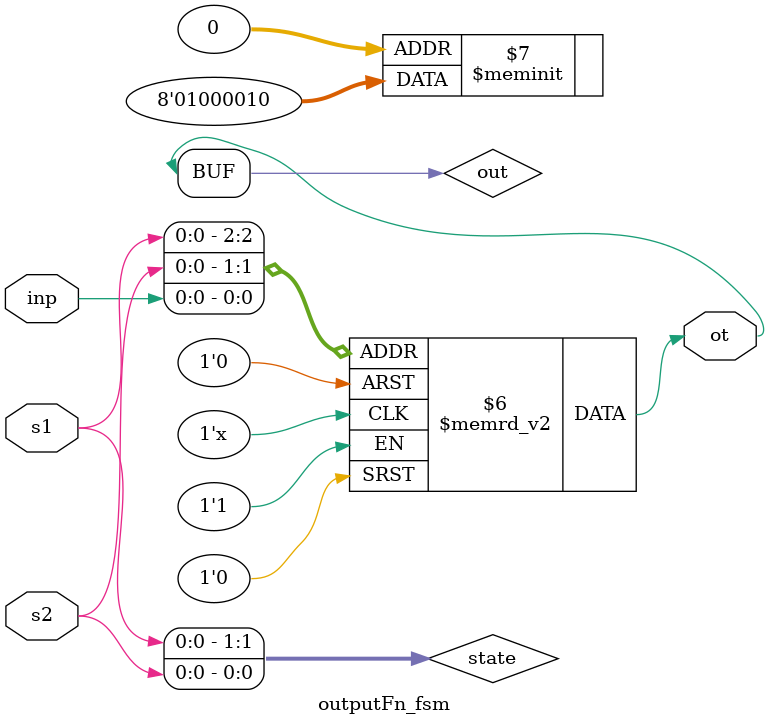
<source format=v>
module top;
	wire clk,rst,inp,out;
	fsm_beh sm(clk,rst,inp,out);
	testBench tb(clk,rst,inp,out);
endmodule

module testBench(clk,rst,inp,out);
	input out;
	output clk,rst,inp;
	reg reset = 0;
	reg clock = 0,inpu = 0;
	initial
	begin 
		$dumpfile ("shifter.vcd");
		$dumpvars;
	end
	always 
	begin 
		#10 inpu = $urandom%2;
		#5 clock = !clock;
	end
	assign clk = clock;
	assign inp = inpu;
	assign rst = reset; 
	// $display("CLK");
	// $moniter("Inp : %b Out : %b",inp,out);
endmodule

module fsm_beh(clk,rst,inp,out);
	input inp,clk,rst;
	output out;
	wire s1,s2,ot;
	stateTrans_fsm C1(clk,rst,inp,s1,s2);
	outputFn_fsm C2(inp,s1,s2,ot);	
	assign out = ot;
endmodule

module stateTrans_fsm(clk,rst,inp,s1,s2);
	input inp,clk,rst;
	output s1,s2;
	
	reg[0:1] state = 00;
	always @(posedge clk or posedge rst)
	begin
		if(rst == 1) 
			state <= 00;
		case({state,inp})
			3'b000: state <= 00;
			3'b001: state <= 10;
			3'b010: state <= 00;
			3'b011: state <= 10;
			3'b100: state <= 00;
			3'b101: state <= 11;
			3'b110: state <= 00;
			3'b111: state <= 10;
		endcase
	end
	assign s1 = state[0];
	assign s2 = state[1];
endmodule

module outputFn_fsm(inp,s1,s2,ot);
	input inp,s1,s2;
	output ot;
	reg out = 0;
	reg[0:1] state = 00;
	always @(s1 != state[0] or s2 != state[1])
	begin
		state <= {s1,s2};
		case({s1,s2,inp})
			3'b000: out <= 0;
			3'b001: out <= 1;
			3'b010: out <= 0;
			3'b011: out <= 0;
			3'b100: out <= 0;
			3'b101: out <= 0;
			3'b110: out <= 1;
			3'b111: out <= 0;
		endcase
	end
	assign ot = out;
endmodule

</source>
